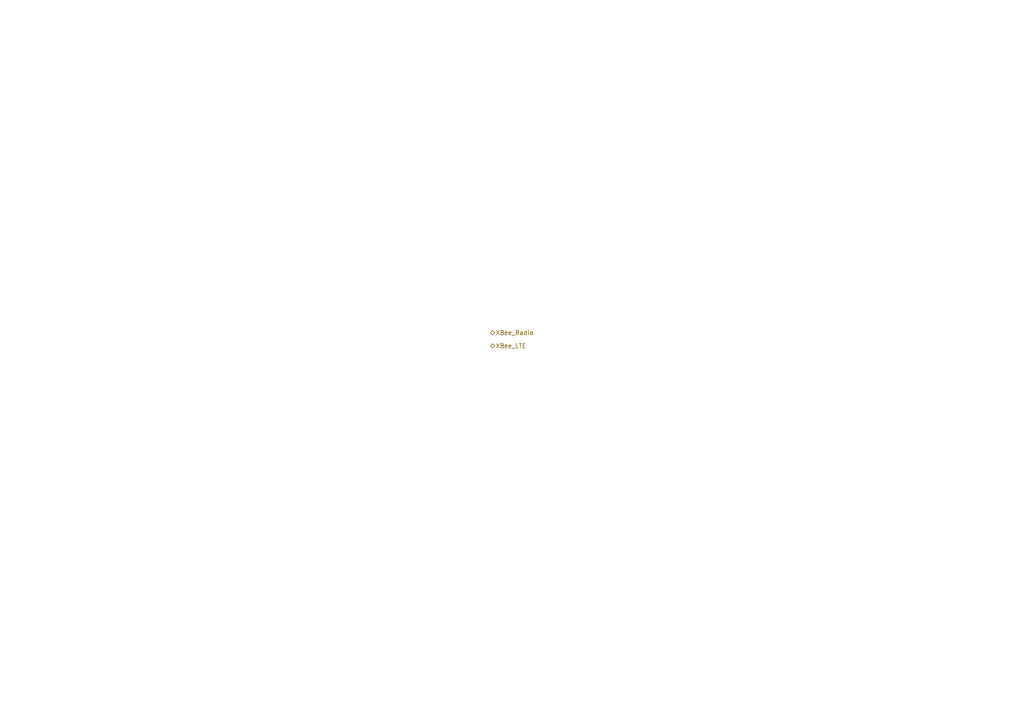
<source format=kicad_sch>
(kicad_sch
	(version 20250114)
	(generator "eeschema")
	(generator_version "9.0")
	(uuid "a969dc67-4f4e-4342-91e8-dc6fdef44822")
	(paper "A4")
	(lib_symbols)
	(hierarchical_label "XBee_LTE"
		(shape bidirectional)
		(at 142.24 100.33 0)
		(effects
			(font
				(size 1.27 1.27)
			)
			(justify left)
		)
		(uuid "ac18428c-f4bd-4142-a993-9a13dcdf0844")
	)
	(hierarchical_label "XBee_Radio"
		(shape bidirectional)
		(at 142.24 96.52 0)
		(effects
			(font
				(size 1.27 1.27)
			)
			(justify left)
		)
		(uuid "d68f9795-3302-4611-ac36-5459a00c7a1b")
	)
)

</source>
